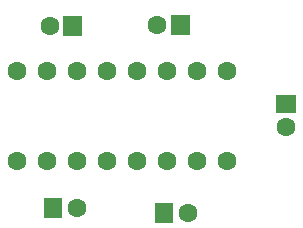
<source format=gbl>
G04 Layer: BottomLayer*
G04 EasyEDA v6.4.5, 2020-09-09T10:55:23+00:00*
G04 d09f7638d68c4a4883d6ef385ab6acfa,b97ca10cbf7f413284ca0e80e24dcd20,10*
G04 Gerber Generator version 0.2*
G04 Scale: 100 percent, Rotated: No, Reflected: No *
G04 Dimensions in inches *
G04 leading zeros omitted , absolute positions ,2 integer and 4 decimal *
%FSLAX24Y24*%
%MOIN*%
G90*
G70D02*

%ADD12C,0.062992*%
%ADD13R,0.062992X0.066000*%
%ADD14R,0.066000X0.062992*%

%LPD*%
G54D12*
G01X650Y3350D03*
G01X1650Y3350D03*
G01X2650Y3350D03*
G01X3650Y3350D03*
G01X4650Y3350D03*
G01X5650Y3350D03*
G01X6650Y3350D03*
G01X7650Y3350D03*
G01X7650Y6350D03*
G01X6650Y6350D03*
G01X5650Y6350D03*
G01X4650Y6350D03*
G01X3650Y6350D03*
G01X2650Y6350D03*
G01X1650Y6350D03*
G01X650Y6350D03*
G01X5343Y7909D03*
G36*
G01X5809Y8238D02*
G01X6439Y8238D01*
G01X6439Y7578D01*
G01X5809Y7578D01*
G01X5809Y8238D01*
G37*
G01X1744Y7859D03*
G36*
G01X2209Y8188D02*
G01X2839Y8188D01*
G01X2839Y7528D01*
G01X2209Y7528D01*
G01X2209Y8188D01*
G37*
G01X6356Y1640D03*
G54D13*
G01X5575Y1641D03*
G54D12*
G01X2655Y1790D03*
G54D13*
G01X1875Y1791D03*
G54D12*
G01X9640Y4494D03*
G54D14*
G01X9641Y5274D03*
M00*
M02*

</source>
